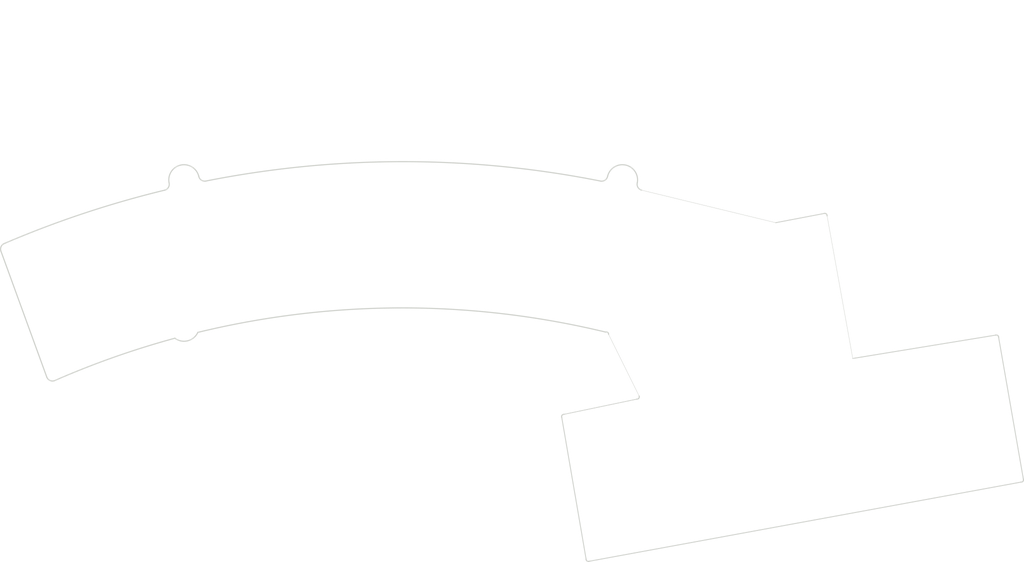
<source format=kicad_pcb>
(kicad_pcb (version 20221018) (generator pcbnew)
  (layers (0 "F.Cu" signal) (31 "B.Cu" signal) (34 "B.Paste" user) (35 "F.Paste" user) (36 "B.SilkS" user "B.Silkscreen") (37 "F.SilkS" user "F.Silkscreen") (38 "B.Mask" user) (39 "F.Mask" user) (44 "Edge.Cuts" user))
  (net 0 "")
  (footprint "" (layer "F.Cu") (at 41.828259 39.362117)
    (fp_text reference "" (at 0 0) (layer "F.SilkS") (effects (font (size 1.27 1.27))))
    (fp_text value "" (at 0 0) (layer "F.SilkS") (effects (font (size 1.27 1.27))))
  )
  (footprint "" (layer "F.Cu") (at 98.720591 19.92929)
    (fp_text reference "" (at 0 0) (layer "F.SilkS") (effects (font (size 1.27 1.27))))
    (fp_text value "" (at 0 0) (layer "F.SilkS") (effects (font (size 1.27 1.27))))
  )
  (footprint "" (layer "F.Cu") (at 61.128265 34.112114)
    (fp_text reference "" (at 0 0) (layer "F.SilkS") (effects (font (size 1.27 1.27))))
    (fp_text value "" (at 0 0) (layer "F.SilkS") (effects (font (size 1.27 1.27))))
  )
  (footprint "#footprint:M2_Hole" (layer "F.Cu") (at 62.108251 -3.971834)
    (fp_text reference "H9" hide)
    (fp_text value "MountingHole" hide)
    (pad "" np_thru_hole circle (at -20.479992 42.483951) (size 1.95 1.95) (drill 1.95) (layers "F&B.Cu" "*.Mask"))
  )
  (footprint "" (layer "F.Cu") (at 98.728259 20.062117)
    (fp_text reference "" (at 0 0) (layer "F.SilkS") (effects (font (size 1.27 1.27))))
    (fp_text value "" (at 0 0) (layer "F.SilkS") (effects (font (size 1.27 1.27))))
  )
  (footprint "#footprint:M2_Hole" (layer "F.Cu") (at 98.839996 38.284376)
    (fp_text reference "H8" hide)
    (fp_text value "MountingHole" hide)
  )
  (footprint "" (layer "F.Cu") (at 98.828259 37.662117)
    (fp_text reference "" (at 0 0) (layer "F.SilkS") (effects (font (size 1.27 1.27))))
    (fp_text value "" (at 0 0) (layer "F.SilkS") (effects (font (size 1.27 1.27))))
  )
  (footprint "#footprint:M2_Hole" (layer "F.Cu") (at 79.790001 33.918751)
    (fp_text reference "H9" hide)
    (fp_text value "MountingHole" hide)
    (pad "" np_thru_hole circle (at 0 0) (size 1.95 1.95) (drill 1.95) (layers "F&B.Cu" "*.Mask"))
  )
  (footprint "#footprint:M2_Hole" (layer "F.Cu") (at 60.739999 33.918751)
    (fp_text reference "H9" hide)
    (fp_text value "MountingHole" hide)
    (pad "" np_thru_hole circle (at 0 0) (size 1.95 1.95) (drill 1.95) (layers "F&B.Cu" "*.Mask"))
  )
  (footprint "#footprint:M2_Hole" (layer "F.Cu") (at 98.839948 19.234612)
    (fp_text reference "H7" hide)
    (fp_text value "MountingHole" hide)
    (pad "" np_thru_hole circle (at 0 0) (size 1.95 1.95) (drill 1.95) (layers "F&B.Cu" "*.Mask"))
  )
  (footprint "#footprint:M2_Hole" (layer "F.Cu") (at 98.832328 38.151549)
    (fp_text reference "H8" hide)
    (fp_text value "MountingHole" hide)
    (pad "" np_thru_hole circle (at 0 0) (size 1.95 1.95) (drill 1.95) (layers "*.Cu" "*.Mask"))
    (pad "" np_thru_hole circle (at 12.911863 18.061137) (size 1.95 1.95) (drill 1.95) (layers "*.Cu" "*.Mask"))
    (pad "" np_thru_hole circle (at 19.911863 6.061137) (size 1.95 1.95) (drill 1.95) (layers "*.Cu" "*.Mask"))
    (pad "" np_thru_hole circle (at 31.911863 15.061137) (size 1.95 1.95) (drill 1.95) (layers "*.Cu" "*.Mask"))
  )
  (footprint "#footprint:M2_Hole" (layer "F.Cu") (at 60.740002 33.918753)
    (fp_text reference "H9" hide)
    (fp_text value "MountingHole" hide)
    (pad "" np_thru_hole circle (at 0 0) (size 1.95 1.95) (drill 1.95) (layers "F&B.Cu" "*.Mask"))
  )
  (footprint "#footprint:M2_Hole" (layer "F.Cu") (at 79.789998 33.918749)
    (fp_text reference "H9" hide)
    (fp_text value "MountingHole" hide)
    (pad "" np_thru_hole circle (at 0 0) (size 1.95 1.95) (drill 1.95) (layers "F&B.Cu" "*.Mask"))
  )
  (footprint "#footprint:M2_Hole" (layer "F.Cu") (at 41.689991 38.284379)
    (fp_text reference "H9" hide)
    (fp_text value "MountingHole" hide)
  )
  (footprint "#footprint:M2_Hole" (layer "F.Cu") (at 41.689996 19.234379)
    (fp_text reference "H10" hide)
    (fp_text value "MountingHole" hide)
    (pad "" np_thru_hole circle (at 0 0) (size 1.95 1.95) (drill 1.95) (layers "F&B.Cu" "*.Mask"))
  )
  (gr_arc (start 101.028259 47.412117) (mid 100.987339 47.693961) (end 100.728259 47.812117) (stroke (width 0.15)) (layer "Edge.Cuts"))
  (gr_arc (start 101.350182 20.571244) (mid 100.868217 20.201426) (end 100.788916 19.599104) (stroke (width 0.15)) (layer "Edge.Cuts"))
  (gr_arc (start 151.119199 58.230322) (mid 151.078279 58.512144) (end 150.819199 58.630322) (stroke (width 0.15)) (layer "Edge.Cuts"))
  (gr_line (start 128.878259 42.512117) (end 125.528259 23.912117) (stroke (width 0.05)) (layer "Edge.Cuts"))
  (gr_arc (start 18.299513 27.511471) (mid 28.594742 23.604763) (end 39.179385 20.568411) (stroke (width 0.15)) (layer "Edge.Cuts"))
  (gr_arc (start 39.740651 19.596271) (mid 41.26143 17.298794) (end 43.610176 18.739127) (stroke (width 0.15)) (layer "Edge.Cuts"))
  (gr_arc (start 39.740651 19.596271) (mid 39.661359 20.198586) (end 39.179385 20.568411) (stroke (width 0.15)) (layer "Edge.Cuts"))
  (gr_arc (start 44.529699 19.382984) (mid 43.936631 19.251454) (end 43.610176 18.739127) (stroke (width 0.15)) (layer "Edge.Cuts"))
  (gr_arc (start 147.496464 39.471177) (mid 147.778286 39.512097) (end 147.896464 39.771177) (stroke (width 0.15)) (layer "Edge.Cuts"))
  (gr_arc (start 17.825114 28.528831) (mid 17.849307 27.920831) (end 18.299513 27.511471) (stroke (width 0.15)) (layer "Edge.Cuts"))
  (gr_line (start 90.937319 50.193912) (end 94.110054 68.653057) (stroke (width 0.12)) (layer "Edge.Cuts"))
  (gr_arc (start 24.813341 45.403729) (mid 32.554809 42.34985) (end 40.499375 39.871874) (stroke (width 0.15)) (layer "Edge.Cuts"))
  (gr_line (start 101.350182 20.571244) (end 118.828259 24.812117) (stroke (width 0.05)) (layer "Edge.Cuts"))
  (gr_line (start 91.237319 49.793912) (end 100.728259 47.812117) (stroke (width 0.1)) (layer "Edge.Cuts"))
  (gr_arc (start 24.813341 45.403729) (mid 24.206391 45.377229) (end 23.795986 44.929326) (stroke (width 0.15)) (layer "Edge.Cuts"))
  (gr_arc (start 96.919391 18.74196) (mid 96.592953 19.254279) (end 95.999868 19.385817) (stroke (width 0.15)) (layer "Edge.Cuts"))
  (gr_arc (start 43.493107 39.112956) (mid 70.067293 35.921306) (end 96.646464 39.071177) (stroke (width 0.15)) (layer "Edge.Cuts"))
  (gr_arc (start 90.937319 50.193912) (mid 90.978239 49.91209) (end 91.237319 49.793912) (stroke (width 0.15)) (layer "Edge.Cuts"))
  (gr_line (start 97.046464 39.371177) (end 101.028259 47.412117) (stroke (width 0.05)) (layer "Edge.Cuts"))
  (gr_line (start 147.496464 39.471177) (end 128.878259 42.512117) (stroke (width 0.12)) (layer "Edge.Cuts"))
  (gr_arc (start 96.646464 39.071177) (mid 96.928286 39.112097) (end 97.046464 39.371177) (stroke (width 0.15)) (layer "Edge.Cuts"))
  (gr_arc (start 43.493107 39.112958) (mid 42.177636 40.207942) (end 40.499375 39.871874) (stroke (width 0.15)) (layer "Edge.Cuts"))
  (gr_arc (start 96.91939 18.74196) (mid 99.268771 17.298867) (end 100.788916 19.599104) (stroke (width 0.15)) (layer "Edge.Cuts"))
  (gr_arc (start 94.510054 68.953057) (mid 94.228232 68.912137) (end 94.110054 68.653057) (stroke (width 0.15)) (layer "Edge.Cuts"))
  (gr_line (start 94.510054 68.953057) (end 150.819199 58.630322) (stroke (width 0.12)) (layer "Edge.Cuts"))
  (gr_arc (start 125.128259 23.612117) (mid 125.410103 23.653037) (end 125.528259 23.912117) (stroke (width 0.15)) (layer "Edge.Cuts"))
  (gr_line (start 151.119199 58.230322) (end 147.896464 39.771177) (stroke (width 0.12)) (layer "Edge.Cuts"))
  (gr_line (start 23.795986 44.929326) (end 17.825114 28.528831) (stroke (width 0.15)) (layer "Edge.Cuts"))
  (gr_arc (start 44.529699 19.382984) (mid 70.264923 16.852956) (end 95.999868 19.385817) (stroke (width 0.15)) (layer "Edge.Cuts"))
  (gr_line (start 125.128259 23.612117) (end 118.828259 24.812117) (stroke (width 0.12)) (layer "Edge.Cuts"))
)
</source>
